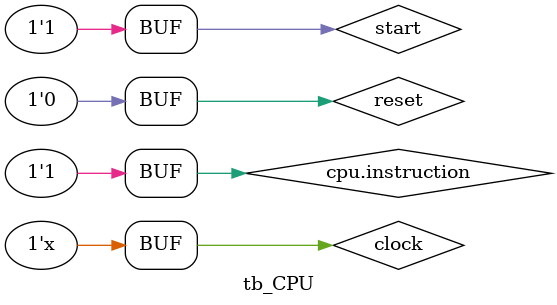
<source format=v>
`timescale 1ns / 1ns
/** @module : CPU
 *  @author : Albert Bitdiddle
 *  CPU Module Testbed 
 *  Adaptive and Secure Computing Systems (ASCS) Laboratory
 */


module tb_CPU (); 
reg clock, reset, start; 
reg [31:0] program_counter;  


CPU cpu (
    .clock(clock), 
    .reset(reset), 
    .start(start), 
    .program_counter(program_counter)
);     

    // In phase I, we are not implementing the instruction memory. Therefore, we manually the instruction, the register
    // in the CPU.v It is implemented as a register right now, but you will eventually want to change it to a wire and 
    // drive it from instruction memory.

    // Clock generator
    always #1 clock = ~clock;

    initial begin
        clock = 0;
        reset = 1;
        start = 0;

        // Right now the regfile is empty. You can manually set the values in the regfile with something like:
        // cpu.registerFile.memory[10] = 100;
        // This will allow you to test your ALU and register file before the processor is complete. 

        #10 reset = 0;
            start = 1;

        // After 10 nanoseconds, lets set the regfile_read_sel_1 to 1, regfile_read_sel_2 to 2, AND those values,
        // and write the result to register 3.
        #10 cpu.instruction = 32'b00000000011000010001000000000000; // AND regs 1 and 2, put result in 3 
        #10 cpu.instruction = 32'b00000000100000010001100000000001; // OR regs 1 and 3, put result in 4 
        #10 cpu.instruction = 32'b00000000101000010010000000000001; // ADD regs 1 and 4, put result in 5


        // If you set the values of those  registers 1 and 2 to something other than 0, you should see some result in
        // register 3.

     end
     
endmodule

</source>
